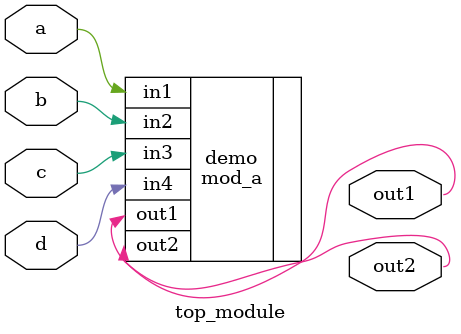
<source format=v>
module top_module(
	input a,
	input b,
	input c,
	input d,
	output out1,
	output out2
);
	mod_a demo(
		.out1(out1),
		.out2(out2),
		.in1(a),
		.in2(b),
		.in3(c),
		.in4(d)
	);

endmodule

</source>
